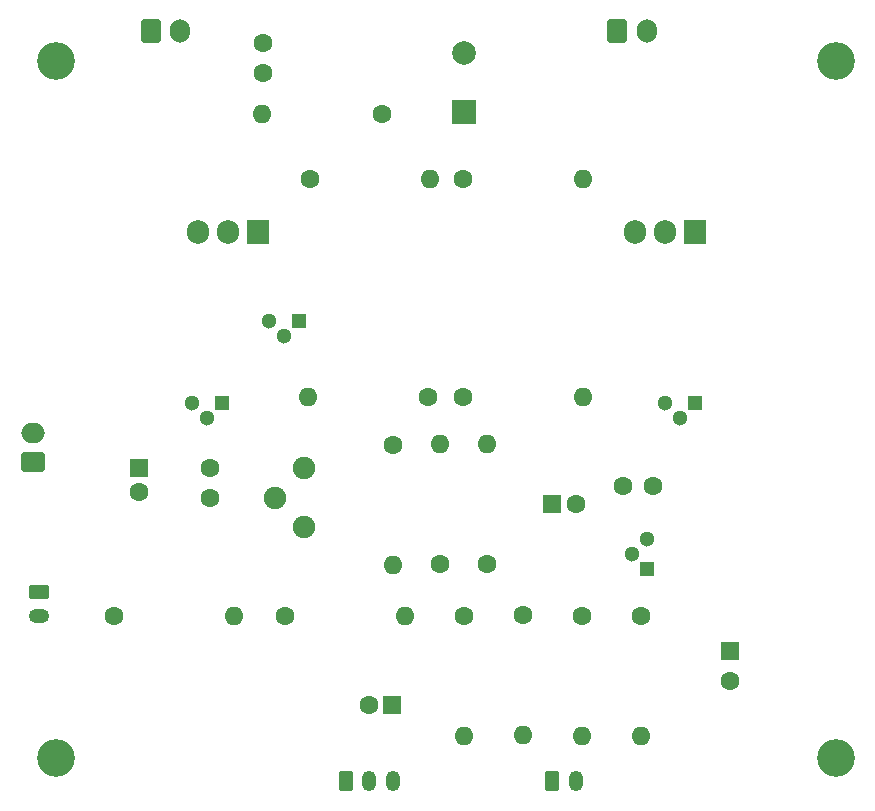
<source format=gbr>
%TF.GenerationSoftware,KiCad,Pcbnew,8.0.3*%
%TF.CreationDate,2024-07-15T18:29:38-05:00*%
%TF.ProjectId,amplifier,616d706c-6966-4696-9572-2e6b69636164,1.0*%
%TF.SameCoordinates,Original*%
%TF.FileFunction,Soldermask,Bot*%
%TF.FilePolarity,Negative*%
%FSLAX46Y46*%
G04 Gerber Fmt 4.6, Leading zero omitted, Abs format (unit mm)*
G04 Created by KiCad (PCBNEW 8.0.3) date 2024-07-15 18:29:38*
%MOMM*%
%LPD*%
G01*
G04 APERTURE LIST*
G04 Aperture macros list*
%AMRoundRect*
0 Rectangle with rounded corners*
0 $1 Rounding radius*
0 $2 $3 $4 $5 $6 $7 $8 $9 X,Y pos of 4 corners*
0 Add a 4 corners polygon primitive as box body*
4,1,4,$2,$3,$4,$5,$6,$7,$8,$9,$2,$3,0*
0 Add four circle primitives for the rounded corners*
1,1,$1+$1,$2,$3*
1,1,$1+$1,$4,$5*
1,1,$1+$1,$6,$7*
1,1,$1+$1,$8,$9*
0 Add four rect primitives between the rounded corners*
20,1,$1+$1,$2,$3,$4,$5,0*
20,1,$1+$1,$4,$5,$6,$7,0*
20,1,$1+$1,$6,$7,$8,$9,0*
20,1,$1+$1,$8,$9,$2,$3,0*%
G04 Aperture macros list end*
%ADD10C,1.600000*%
%ADD11O,1.600000X1.600000*%
%ADD12C,3.200000*%
%ADD13R,1.300000X1.300000*%
%ADD14C,1.300000*%
%ADD15C,1.905000*%
%ADD16R,1.905000X2.000000*%
%ADD17O,1.905000X2.000000*%
%ADD18RoundRect,0.250000X-0.625000X0.350000X-0.625000X-0.350000X0.625000X-0.350000X0.625000X0.350000X0*%
%ADD19O,1.750000X1.200000*%
%ADD20R,1.600000X1.600000*%
%ADD21R,2.000000X2.000000*%
%ADD22C,2.000000*%
%ADD23RoundRect,0.250000X-0.350000X-0.625000X0.350000X-0.625000X0.350000X0.625000X-0.350000X0.625000X0*%
%ADD24O,1.200000X1.750000*%
%ADD25RoundRect,0.250000X0.750000X-0.600000X0.750000X0.600000X-0.750000X0.600000X-0.750000X-0.600000X0*%
%ADD26O,2.000000X1.700000*%
%ADD27RoundRect,0.250000X-0.600000X-0.750000X0.600000X-0.750000X0.600000X0.750000X-0.600000X0.750000X0*%
%ADD28O,1.700000X2.000000*%
G04 APERTURE END LIST*
D10*
%TO.C,R3*%
X133000000Y-124000000D03*
D11*
X133000000Y-134160000D03*
%TD*%
D10*
%TO.C,R14*%
X93420000Y-124000000D03*
D11*
X103580000Y-124000000D03*
%TD*%
D12*
%TO.C,H1*%
X88500000Y-77000000D03*
%TD*%
D13*
%TO.C,Q4*%
X102500000Y-106000000D03*
D14*
X101230000Y-107270000D03*
X99960000Y-106000000D03*
%TD*%
D10*
%TO.C,R8*%
X107840000Y-124000000D03*
D11*
X118000000Y-124000000D03*
%TD*%
D10*
%TO.C,C7*%
X101500000Y-111500000D03*
X101500000Y-114000000D03*
%TD*%
D15*
%TO.C,RV1*%
X109500000Y-116500000D03*
X107000000Y-114000000D03*
X109500000Y-111500000D03*
%TD*%
D16*
%TO.C,Q5*%
X142540000Y-91500000D03*
D17*
X140000000Y-91500000D03*
X137460000Y-91500000D03*
%TD*%
D13*
%TO.C,Q1*%
X138500000Y-120000000D03*
D14*
X137230000Y-118730000D03*
X138500000Y-117460000D03*
%TD*%
D12*
%TO.C,H4*%
X154500000Y-136000000D03*
%TD*%
D10*
%TO.C,R10*%
X120000000Y-105500000D03*
D11*
X109840000Y-105500000D03*
%TD*%
D18*
%TO.C,J5*%
X87000000Y-122000000D03*
D19*
X87000000Y-124000000D03*
%TD*%
D10*
%TO.C,R2*%
X128000000Y-123920000D03*
D11*
X128000000Y-134080000D03*
%TD*%
D20*
%TO.C,C4*%
X130500000Y-114500000D03*
D10*
X132500000Y-114500000D03*
%TD*%
%TO.C,R9*%
X122920000Y-105500000D03*
D11*
X133080000Y-105500000D03*
%TD*%
D12*
%TO.C,H2*%
X154500000Y-77000000D03*
%TD*%
D10*
%TO.C,R13*%
X116080000Y-81500000D03*
D11*
X105920000Y-81500000D03*
%TD*%
D21*
%TO.C,C6*%
X123000000Y-81367677D03*
D22*
X123000000Y-76367677D03*
%TD*%
D20*
%TO.C,C8*%
X95500000Y-111500000D03*
D10*
X95500000Y-113500000D03*
%TD*%
%TO.C,C3*%
X136500000Y-113000000D03*
X139000000Y-113000000D03*
%TD*%
D12*
%TO.C,H3*%
X88500000Y-136000000D03*
%TD*%
D10*
%TO.C,R6*%
X117000000Y-109500000D03*
D11*
X117000000Y-119660000D03*
%TD*%
D10*
%TO.C,R7*%
X125000000Y-119580000D03*
D11*
X125000000Y-109420000D03*
%TD*%
D23*
%TO.C,J2*%
X113000000Y-138000000D03*
D24*
X115000000Y-138000000D03*
X117000000Y-138000000D03*
%TD*%
D20*
%TO.C,C2*%
X145500000Y-127000000D03*
D10*
X145500000Y-129500000D03*
%TD*%
D13*
%TO.C,Q2*%
X109040000Y-99000000D03*
D14*
X107770000Y-100270000D03*
X106500000Y-99000000D03*
%TD*%
D16*
%TO.C,Q6*%
X105580000Y-91500000D03*
D17*
X103040000Y-91500000D03*
X100500000Y-91500000D03*
%TD*%
D25*
%TO.C,J6*%
X86500000Y-111000000D03*
D26*
X86500000Y-108500000D03*
%TD*%
D10*
%TO.C,R11*%
X122920000Y-87000000D03*
D11*
X133080000Y-87000000D03*
%TD*%
D10*
%TO.C,R1*%
X123000000Y-124000000D03*
D11*
X123000000Y-134160000D03*
%TD*%
D10*
%TO.C,C5*%
X106000000Y-78000000D03*
X106000000Y-75500000D03*
%TD*%
%TO.C,R5*%
X121000000Y-119580000D03*
D11*
X121000000Y-109420000D03*
%TD*%
D10*
%TO.C,R4*%
X138000000Y-124000000D03*
D11*
X138000000Y-134160000D03*
%TD*%
D10*
%TO.C,R12*%
X110000000Y-87000000D03*
D11*
X120160000Y-87000000D03*
%TD*%
D20*
%TO.C,C1*%
X116955113Y-131500000D03*
D10*
X114955113Y-131500000D03*
%TD*%
D27*
%TO.C,J4*%
X96500000Y-74500000D03*
D28*
X99000000Y-74500000D03*
%TD*%
D27*
%TO.C,J3*%
X136000000Y-74500000D03*
D28*
X138500000Y-74500000D03*
%TD*%
D13*
%TO.C,Q3*%
X142540000Y-106000000D03*
D14*
X141270000Y-107270000D03*
X140000000Y-106000000D03*
%TD*%
D23*
%TO.C,J1*%
X130500000Y-138000000D03*
D24*
X132500000Y-138000000D03*
%TD*%
M02*

</source>
